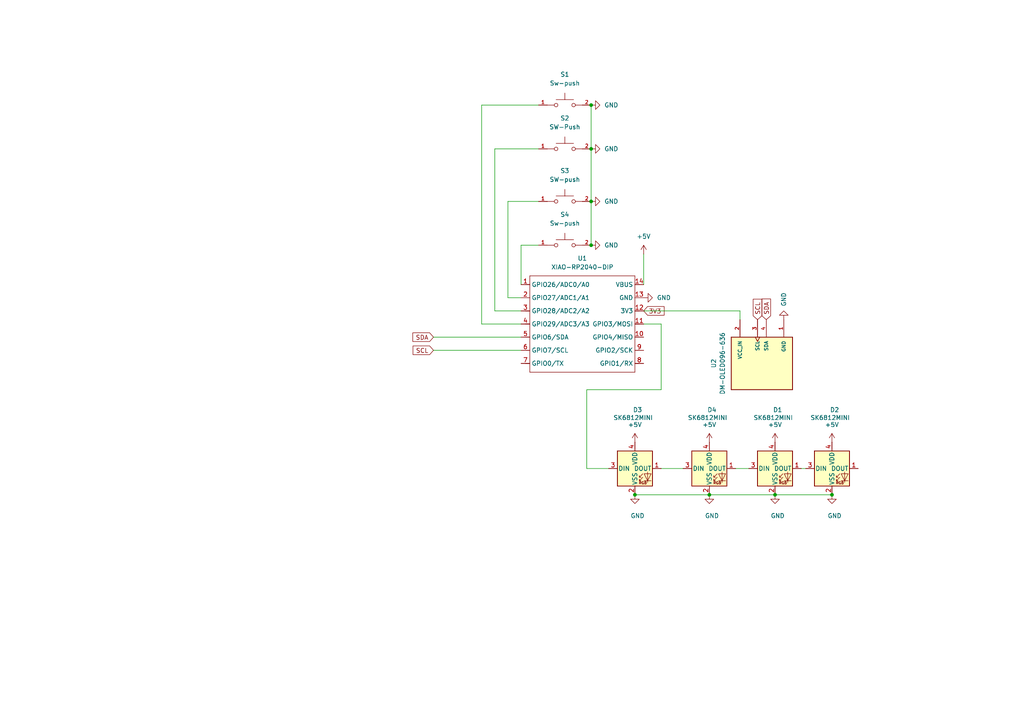
<source format=kicad_sch>
(kicad_sch (version 20250114) (generator "eeschema") (generator_version "9.0")
  (paper "A4")
  (lib_symbols
    (symbol "DM-OLED096-636:DM-OLED096-636" (pin_names (offset 1.016))
      (property "Reference" "U" (at -7.62 10.922 0))
      (property "Value" "DM-OLED096-636" (at -7.62 -10.16 0))
      (symbol "DM-OLED096-636_0_0"
        (rectangle (start -7.62 -7.62) (end 7.62 10.16) (stroke (width 0.254)) (fill (type background)))
        (pin power_in line (at 12.7 7.62 180) (length 5.08) (name "VCC_IN") (number "2"))
        (pin input clock (at 12.7 2.54 180) (length 5.08) (name "SCL") (number "3"))
        (pin bidirectional line (at 12.7 0 180) (length 5.08) (name "SDA") (number "4"))
        (pin power_in line (at 12.7 -5.08 180) (length 5.08) (name "GND") (number "1"))
      )
    )
    (symbol "LED:SK6812MINI" (pin_names (offset 0.254))
      (property "Reference" "D" (at 5.08 5.715 0))
      (property "Value" "SK6812MINI" (at 1.27 -5.715 0))
      (symbol "SK6812MINI_0_0"
        (text "RGB" (at 2.286 -4.191 0) (effects (font (size 0.762 0.762))))
      )
      (symbol "SK6812MINI_0_1"
        (polyline (pts (xy 1.27 -2.54) (xy 1.778 -2.54)))
        (polyline (pts (xy 1.27 -3.556) (xy 1.778 -3.556)))
        (polyline (pts (xy 2.286 -1.524) (xy 1.27 -2.54) (xy 1.27 -2.032)))
        (polyline (pts (xy 2.286 -2.54) (xy 1.27 -3.556) (xy 1.27 -3.048)))
        (polyline (pts (xy 3.683 -1.016) (xy 3.683 -3.556) (xy 3.683 -4.064)))
        (polyline (pts (xy 4.699 -1.524) (xy 2.667 -1.524) (xy 3.683 -3.556) (xy 4.699 -1.524)))
        (polyline (pts (xy 4.699 -3.556) (xy 2.667 -3.556)))
        (rectangle (start 5.08 5.08) (end -5.08 -5.08) (stroke (width 0.254)) (fill (type background)))
      )
      (symbol "SK6812MINI_1_1"
        (pin input line (at -7.62 0 0) (length 2.54) (name "DIN") (number "3"))
        (pin power_in line (at 0 7.62 270) (length 2.54) (name "VDD") (number "4"))
        (pin power_in line (at 0 -7.62 90) (length 2.54) (name "VSS") (number "2"))
        (pin output line (at 7.62 0 180) (length 2.54) (name "DOUT") (number "1"))
      )
    )
    (symbol "MX1A-11NN:MX1A-11NN" (pin_names (offset 1.016))
      (property "Reference" "S" (at -7.62 5.08 0))
      (property "Value" "MX1A-11NN" (at -7.62 -5.08 0))
      (symbol "MX1A-11NN_0_0"
        (polyline (pts (xy -5.08 0) (xy -3.048 0)) (stroke (width 0.1524)))
        (polyline (pts (xy -2.54 1.5875) (xy 0 1.5875)) (stroke (width 0.1524)))
        (circle (center -2.54 0) (radius 0.508) (stroke (width 0.1524)))
        (polyline (pts (xy 0 1.5875) (xy 0 3.4925)) (stroke (width 0.1524)))
        (polyline (pts (xy 0 1.5875) (xy 2.54 1.5875)) (stroke (width 0.1524)))
        (circle (center 2.54 0) (radius 0.508) (stroke (width 0.1524)))
        (polyline (pts (xy 5.08 0) (xy 3.048 0)) (stroke (width 0.1524)))
        (pin passive line (at -7.62 0 0) (length 2.54) (name "~") (number "1"))
        (pin passive line (at 7.62 0 180) (length 2.54) (name "~") (number "2"))
      )
    )
    (symbol "Seeed_Studio_XIAO_Series:XIAO-RP2040-DIP"
      (property "Reference" "U" (at 0 0 0))
      (property "Value" "XIAO-RP2040-DIP" (at 5.334 -1.778 0))
      (symbol "XIAO-RP2040-DIP_1_0"
        (polyline (pts (xy -1.27 -2.54) (xy 29.21 -2.54)) (stroke (width 0.1524)))
        (polyline (pts (xy -1.27 -5.08) (xy -2.54 -5.08)) (stroke (width 0.1524)))
        (polyline (pts (xy -1.27 -5.08) (xy -1.27 -2.54)) (stroke (width 0.1524)))
        (polyline (pts (xy -1.27 -8.89) (xy -2.54 -8.89)) (stroke (width 0.1524)))
        (polyline (pts (xy -1.27 -8.89) (xy -1.27 -5.08)) (stroke (width 0.1524)))
        (polyline (pts (xy -1.27 -12.7) (xy -2.54 -12.7)) (stroke (width 0.1524)))
        (polyline (pts (xy -1.27 -12.7) (xy -1.27 -8.89)) (stroke (width 0.1524)))
        (polyline (pts (xy -1.27 -16.51) (xy -2.54 -16.51)) (stroke (width 0.1524)))
        (polyline (pts (xy -1.27 -16.51) (xy -1.27 -12.7)) (stroke (width 0.1524)))
        (polyline (pts (xy -1.27 -20.32) (xy -2.54 -20.32)) (stroke (width 0.1524)))
        (polyline (pts (xy -1.27 -24.13) (xy -2.54 -24.13)) (stroke (width 0.1524)))
        (polyline (pts (xy -1.27 -27.94) (xy -2.54 -27.94)) (stroke (width 0.1524)))
        (polyline (pts (xy -1.27 -30.48) (xy -1.27 -16.51)) (stroke (width 0.1524)))
        (polyline (pts (xy 29.21 -2.54) (xy 29.21 -5.08)) (stroke (width 0.1524)))
        (polyline (pts (xy 29.21 -5.08) (xy 29.21 -8.89)) (stroke (width 0.1524)))
        (polyline (pts (xy 29.21 -8.89) (xy 29.21 -12.7)) (stroke (width 0.1524)))
        (polyline (pts (xy 29.21 -12.7) (xy 29.21 -30.48)) (stroke (width 0.1524)))
        (polyline (pts (xy 29.21 -30.48) (xy -1.27 -30.48)) (stroke (width 0.1524)))
        (polyline (pts (xy 30.48 -5.08) (xy 29.21 -5.08)) (stroke (width 0.1524)))
        (polyline (pts (xy 30.48 -8.89) (xy 29.21 -8.89)) (stroke (width 0.1524)))
        (polyline (pts (xy 30.48 -12.7) (xy 29.21 -12.7)) (stroke (width 0.1524)))
        (polyline (pts (xy 30.48 -16.51) (xy 29.21 -16.51)) (stroke (width 0.1524)))
        (polyline (pts (xy 30.48 -20.32) (xy 29.21 -20.32)) (stroke (width 0.1524)))
        (polyline (pts (xy 30.48 -24.13) (xy 29.21 -24.13)) (stroke (width 0.1524)))
        (polyline (pts (xy 30.48 -27.94) (xy 29.21 -27.94)) (stroke (width 0.1524)))
        (pin passive line (at -3.81 -5.08 0) (length 2.54) (name "GPIO26/ADC0/A0") (number "1"))
        (pin passive line (at -3.81 -8.89 0) (length 2.54) (name "GPIO27/ADC1/A1") (number "2"))
        (pin passive line (at -3.81 -12.7 0) (length 2.54) (name "GPIO28/ADC2/A2") (number "3"))
        (pin passive line (at -3.81 -16.51 0) (length 2.54) (name "GPIO29/ADC3/A3") (number "4"))
        (pin passive line (at -3.81 -20.32 0) (length 2.54) (name "GPIO6/SDA") (number "5"))
        (pin passive line (at -3.81 -24.13 0) (length 2.54) (name "GPIO7/SCL") (number "6"))
        (pin passive line (at -3.81 -27.94 0) (length 2.54) (name "GPIO0/TX") (number "7"))
        (pin passive line (at 31.75 -5.08 180) (length 2.54) (name "VBUS") (number "14"))
        (pin passive line (at 31.75 -8.89 180) (length 2.54) (name "GND") (number "13"))
        (pin passive line (at 31.75 -12.7 180) (length 2.54) (name "3V3") (number "12"))
        (pin passive line (at 31.75 -16.51 180) (length 2.54) (name "GPIO3/MOSI") (number "11"))
        (pin passive line (at 31.75 -20.32 180) (length 2.54) (name "GPIO4/MISO") (number "10"))
        (pin passive line (at 31.75 -24.13 180) (length 2.54) (name "GPIO2/SCK") (number "9"))
        (pin passive line (at 31.75 -27.94 180) (length 2.54) (name "GPIO1/RX") (number "8"))
      )
    )
    (symbol "power:+5V" (power) (pin_numbers (hide yes)) (pin_names (offset 0) (hide yes))
      (property "Value" "+5V" (at 0 3.556 0))
      (symbol "+5V_0_1"
        (polyline (pts (xy -0.762 1.27) (xy 0 2.54)))
        (polyline (pts (xy 0 2.54) (xy 0.762 1.27)))
        (polyline (pts (xy 0 0) (xy 0 2.54)))
      )
      (symbol "+5V_1_1"
        (pin power_in line (at 0 0 90) (length 0) (name "~") (number "1"))
      )
    )
    (symbol "power:GND" (power) (pin_numbers (hide yes)) (pin_names (offset 0) (hide yes))
      (property "Value" "GND" (at 0 -3.81 0))
      (symbol "GND_0_1"
        (polyline (pts (xy 0 0) (xy 0 -1.27) (xy 1.27 -1.27) (xy 0 -2.54) (xy -1.27 -1.27) (xy 0 -1.27)))
      )
      (symbol "GND_1_1"
        (pin power_in line (at 0 0 270) (length 0) (name "~") (number "1"))
      )
    )
  )
  (junction (at 171.45 58.42))
  (junction (at 184.15 143.51))
  (junction (at 171.45 30.48))
  (junction (at 171.45 43.18))
  (junction (at 205.74 143.51))
  (junction (at 171.45 71.12))
  (junction (at 224.79 143.51))
  (junction (at 241.3 143.51))
  (wire (pts (xy 125.73 97.79) (xy 151.13 97.79)))
  (wire (pts (xy 156.21 43.18) (xy 143.51 43.18)))
  (wire (pts (xy 232.41 135.89) (xy 233.68 135.89)))
  (wire (pts (xy 156.21 71.12) (xy 151.13 71.12)))
  (wire (pts (xy 170.18 113.03) (xy 170.18 135.89)))
  (wire (pts (xy 191.77 113.03) (xy 170.18 113.03)))
  (wire (pts (xy 171.45 43.18) (xy 171.45 58.42)))
  (wire (pts (xy 186.69 90.17) (xy 214.63 90.17)))
  (wire (pts (xy 191.77 93.98) (xy 191.77 113.03)))
  (wire (pts (xy 147.32 58.42) (xy 156.21 58.42)))
  (wire (pts (xy 125.73 101.6) (xy 151.13 101.6)))
  (wire (pts (xy 139.7 93.98) (xy 151.13 93.98)))
  (wire (pts (xy 170.18 135.89) (xy 176.53 135.89)))
  (wire (pts (xy 214.63 90.17) (xy 214.63 92.71)))
  (wire (pts (xy 151.13 71.12) (xy 151.13 82.55)))
  (wire (pts (xy 191.77 135.89) (xy 198.12 135.89)))
  (wire (pts (xy 171.45 30.48) (xy 171.45 43.18)))
  (wire (pts (xy 143.51 90.17) (xy 151.13 90.17)))
  (wire (pts (xy 147.32 86.36) (xy 147.32 58.42)))
  (wire (pts (xy 156.21 30.48) (xy 139.7 30.48)))
  (wire (pts (xy 213.36 135.89) (xy 217.17 135.89)))
  (wire (pts (xy 139.7 30.48) (xy 139.7 93.98)))
  (wire (pts (xy 151.13 86.36) (xy 147.32 86.36)))
  (wire (pts (xy 143.51 43.18) (xy 143.51 90.17)))
  (wire (pts (xy 186.69 73.66) (xy 186.69 82.55)))
  (wire (pts (xy 184.15 143.51) (xy 205.74 143.51)))
  (wire (pts (xy 205.74 143.51) (xy 224.79 143.51)))
  (wire (pts (xy 224.79 143.51) (xy 241.3 143.51)))
  (wire (pts (xy 171.45 58.42) (xy 171.45 71.12)))
  (wire (pts (xy 186.69 93.98) (xy 191.77 93.98)))
  (global_label "3V3" (shape input) (at 186.69 90.17 0) (property "Intersheetrefs" "${INTERSHEET_REFS}" (effects (hide yes))))
  (global_label "SCL" (shape input) (at 219.71 92.71 90) (property "Intersheetrefs" "${INTERSHEET_REFS}" (effects (hide yes))))
  (global_label "SDA" (shape input) (at 125.73 97.79 180) (property "Intersheetrefs" "${INTERSHEET_REFS}" (effects (hide yes))))
  (global_label "SCL" (shape input) (at 125.73 101.6 180) (property "Intersheetrefs" "${INTERSHEET_REFS}" (effects (hide yes))))
  (global_label "SDA" (shape input) (at 222.25 92.71 90) (property "Intersheetrefs" "${INTERSHEET_REFS}" (effects (hide yes))))
  (symbol (lib_id "power:GND") (at 205.74 143.51 0) (unit 1)
    (property "Reference" "#PWR013" (effects (hide yes)))
    (property "Value" "GND" (at 206.502 149.606 0))
    (property "Description" "Power symbol creates a global label with name \"GND\" , ground" (effects (hide yes)))
  )
  (symbol (lib_id "power:GND") (at 227.33 92.71 180) (unit 1)
    (property "Reference" "#PWR010" (effects (hide yes)))
    (property "Value" "GND" (at 227.3299 88.9 90) (effects (justify right)))
    (property "Description" "Power symbol creates a global label with name \"GND\" , ground" (effects (hide yes)))
  )
  (symbol (lib_id "power:+5V") (at 241.3 128.27 0) (unit 1)
    (property "Reference" "#PWR016" (effects (hide yes)))
    (property "Value" "+5V" (at 241.3 123.19 0))
    (property "Description" "Power symbol creates a global label with name \"+5V\"" (effects (hide yes)))
  )
  (symbol (lib_id "power:GND") (at 241.3 143.51 0) (unit 1)
    (property "Reference" "#PWR09" (effects (hide yes)))
    (property "Value" "GND" (at 242.062 149.606 0))
    (property "Description" "Power symbol creates a global label with name \"GND\" , ground" (effects (hide yes)))
  )
  (symbol (lib_id "MX1A-11NN:MX1A-11NN") (at 163.83 58.42 0) (unit 1)
    (property "Reference" "S3" (at 163.83 49.53 0))
    (property "Value" "SW-push" (at 163.83 52.07 0))
    (property "Footprint" "Button_Switch_Keyboard:SW_Cherry_MX_1.00u_PCB" (effects (hide yes)))
    (property "MF" "Cherry" (effects (hide yes)))
    (property "MAXIMUM_PACKAGE_HEIGHT" "15.2mm" (effects (hide yes)))
    (property "CREATOR" "DIZAR" (effects (hide yes)))
    (property "Price" "None" (effects (hide yes)))
    (property "Package" "None" (effects (hide yes)))
    (property "Check_prices" "https://www.snapeda.com/parts/MX1A11NN/Cherry/view-part/?ref=eda" (effects (hide yes)))
    (property "STANDARD" "Manufacturer Recommendations" (effects (hide yes)))
    (property "SnapEDA_Link" "https://www.snapeda.com/parts/MX1A11NN/Cherry/view-part/?ref=snap" (effects (hide yes)))
    (property "MP" "MX1A11NN" (effects (hide yes)))
    (property "Description_1" "SWITCH, TACTILE, SPST-NO, 10mA, THOUGH HOLE; Product Range:MX Series; Actuator Orientation:Top Actuated; Switch Mounting:Surface Mount; Actuator Style:Plunger for Cap; Actuating Force:59.5gf; Contact Rating:10mA at 12VDC RoHS Compliant: No" (effects (hide yes)))
    (property "Availability" "In Stock" (effects (hide yes)))
    (property "MANUFACTURER" "Cherry" (effects (hide yes)))
  )
  (symbol (lib_id "power:+5V") (at 184.15 128.27 0) (unit 1)
    (property "Reference" "#PWR011" (effects (hide yes)))
    (property "Value" "+5V" (at 184.15 123.19 0))
    (property "Description" "Power symbol creates a global label with name \"+5V\"" (effects (hide yes)))
  )
  (symbol (lib_id "LED:SK6812MINI") (at 184.15 135.89 0) (unit 1)
    (property "Reference" "D3" (at 184.912 118.872 0))
    (property "Value" "SK6812MINI" (at 183.642 121.158 0))
    (property "Footprint" "LED_SMD:LED_SK6812MINI_PLCC4_3.5x3.5mm_P1.75mm" (effects (hide yes)))
    (property "Datasheet" "https://cdn-shop.adafruit.com/product-files/2686/SK6812MINI_REV.01-1-2.pdf" (effects (hide yes)))
    (property "Description" "RGB LED with integrated controller" (effects (hide yes)))
  )
  (symbol (lib_id "LED:SK6812MINI") (at 241.3 135.89 0) (unit 1)
    (property "Reference" "D2" (at 242.062 118.872 0))
    (property "Value" "SK6812MINI" (at 240.792 121.158 0))
    (property "Footprint" "LED_SMD:LED_SK6812MINI_PLCC4_3.5x3.5mm_P1.75mm" (effects (hide yes)))
    (property "Datasheet" "https://cdn-shop.adafruit.com/product-files/2686/SK6812MINI_REV.01-1-2.pdf" (effects (hide yes)))
    (property "Description" "RGB LED with integrated controller" (effects (hide yes)))
  )
  (symbol (lib_id "MX1A-11NN:MX1A-11NN") (at 163.83 71.12 0) (unit 1)
    (property "Reference" "S4" (at 163.83 62.23 0))
    (property "Value" "Sw-push" (at 163.83 64.77 0))
    (property "Footprint" "Button_Switch_Keyboard:SW_Cherry_MX_1.00u_PCB" (effects (hide yes)))
    (property "MF" "Cherry" (effects (hide yes)))
    (property "MAXIMUM_PACKAGE_HEIGHT" "15.2mm" (effects (hide yes)))
    (property "CREATOR" "DIZAR" (effects (hide yes)))
    (property "Price" "None" (effects (hide yes)))
    (property "Package" "None" (effects (hide yes)))
    (property "Check_prices" "https://www.snapeda.com/parts/MX1A11NN/Cherry/view-part/?ref=eda" (effects (hide yes)))
    (property "STANDARD" "Manufacturer Recommendations" (effects (hide yes)))
    (property "SnapEDA_Link" "https://www.snapeda.com/parts/MX1A11NN/Cherry/view-part/?ref=snap" (effects (hide yes)))
    (property "MP" "MX1A11NN" (effects (hide yes)))
    (property "Description_1" "SWITCH, TACTILE, SPST-NO, 10mA, THOUGH HOLE; Product Range:MX Series; Actuator Orientation:Top Actuated; Switch Mounting:Surface Mount; Actuator Style:Plunger for Cap; Actuating Force:59.5gf; Contact Rating:10mA at 12VDC RoHS Compliant: No" (effects (hide yes)))
    (property "Availability" "In Stock" (effects (hide yes)))
    (property "MANUFACTURER" "Cherry" (effects (hide yes)))
  )
  (symbol (lib_id "power:GND") (at 171.45 71.12 90) (unit 1)
    (property "Reference" "#PWR05" (effects (hide yes)))
    (property "Value" "GND" (at 175.26 71.1199 90) (effects (justify right)))
    (property "Description" "Power symbol creates a global label with name \"GND\" , ground" (effects (hide yes)))
  )
  (symbol (lib_id "power:GND") (at 171.45 58.42 90) (unit 1)
    (property "Reference" "#PWR04" (effects (hide yes)))
    (property "Value" "GND" (at 175.26 58.4199 90) (effects (justify right)))
    (property "Description" "Power symbol creates a global label with name \"GND\" , ground" (effects (hide yes)))
  )
  (symbol (lib_id "power:GND") (at 184.15 143.51 0) (unit 1)
    (property "Reference" "#PWR07" (effects (hide yes)))
    (property "Value" "GND" (at 184.912 149.606 0))
    (property "Description" "Power symbol creates a global label with name \"GND\" , ground" (effects (hide yes)))
  )
  (symbol (lib_id "power:GND") (at 171.45 30.48 90) (unit 1)
    (property "Reference" "#PWR02" (effects (hide yes)))
    (property "Value" "GND" (at 175.26 30.4799 90) (effects (justify right)))
    (property "Description" "Power symbol creates a global label with name \"GND\" , ground" (effects (hide yes)))
  )
  (symbol (lib_id "Seeed_Studio_XIAO_Series:XIAO-RP2040-DIP") (at 154.94 77.47 0) (unit 1)
    (property "Reference" "U1" (at 168.91 74.93 0))
    (property "Value" "XIAO-RP2040-DIP" (at 168.91 77.47 0))
    (property "Footprint" "Seeed Studio XIAO Series Library:XIAO-RP2040-DIP" (effects (hide yes)))
  )
  (symbol (lib_id "power:+5V") (at 186.69 73.66 0) (unit 1)
    (property "Reference" "#PWR012" (effects (hide yes)))
    (property "Value" "+5V" (at 186.69 68.58 0))
    (property "Description" "Power symbol creates a global label with name \"+5V\"" (effects (hide yes)))
  )
  (symbol (lib_id "power:GND") (at 171.45 43.18 90) (unit 1)
    (property "Reference" "#PWR03" (effects (hide yes)))
    (property "Value" "GND" (at 175.26 43.1799 90) (effects (justify right)))
    (property "Description" "Power symbol creates a global label with name \"GND\" , ground" (effects (hide yes)))
  )
  (symbol (lib_id "LED:SK6812MINI") (at 224.79 135.89 0) (unit 1)
    (property "Reference" "D1" (at 225.552 118.872 0))
    (property "Value" "SK6812MINI" (at 224.282 121.158 0))
    (property "Footprint" "LED_SMD:LED_SK6812MINI_PLCC4_3.5x3.5mm_P1.75mm" (effects (hide yes)))
    (property "Datasheet" "https://cdn-shop.adafruit.com/product-files/2686/SK6812MINI_REV.01-1-2.pdf" (effects (hide yes)))
    (property "Description" "RGB LED with integrated controller" (effects (hide yes)))
  )
  (symbol (lib_id "MX1A-11NN:MX1A-11NN") (at 163.83 30.48 0) (unit 1)
    (property "Reference" "S1" (at 163.83 21.59 0))
    (property "Value" "Sw-push" (at 163.83 24.13 0))
    (property "Footprint" "Button_Switch_Keyboard:SW_Cherry_MX_1.00u_PCB" (effects (hide yes)))
    (property "MF" "Cherry" (effects (hide yes)))
    (property "MAXIMUM_PACKAGE_HEIGHT" "15.2mm" (effects (hide yes)))
    (property "CREATOR" "DIZAR" (effects (hide yes)))
    (property "Price" "None" (effects (hide yes)))
    (property "Package" "None" (effects (hide yes)))
    (property "Check_prices" "https://www.snapeda.com/parts/MX1A11NN/Cherry/view-part/?ref=eda" (effects (hide yes)))
    (property "STANDARD" "Manufacturer Recommendations" (effects (hide yes)))
    (property "SnapEDA_Link" "https://www.snapeda.com/parts/MX1A11NN/Cherry/view-part/?ref=snap" (effects (hide yes)))
    (property "MP" "MX1A11NN" (effects (hide yes)))
    (property "Description_1" "SWITCH, TACTILE, SPST-NO, 10mA, THOUGH HOLE; Product Range:MX Series; Actuator Orientation:Top Actuated; Switch Mounting:Surface Mount; Actuator Style:Plunger for Cap; Actuating Force:59.5gf; Contact Rating:10mA at 12VDC RoHS Compliant: No" (effects (hide yes)))
    (property "Availability" "In Stock" (effects (hide yes)))
    (property "MANUFACTURER" "Cherry" (effects (hide yes)))
  )
  (symbol (lib_id "MX1A-11NN:MX1A-11NN") (at 163.83 43.18 0) (unit 1)
    (property "Reference" "S2" (at 163.83 34.29 0))
    (property "Value" "SW-Push" (at 163.83 36.83 0))
    (property "Footprint" "Button_Switch_Keyboard:SW_Cherry_MX_1.00u_PCB" (effects (hide yes)))
    (property "MF" "Cherry" (effects (hide yes)))
    (property "MAXIMUM_PACKAGE_HEIGHT" "15.2mm" (effects (hide yes)))
    (property "CREATOR" "DIZAR" (effects (hide yes)))
    (property "Price" "None" (effects (hide yes)))
    (property "Package" "None" (effects (hide yes)))
    (property "Check_prices" "https://www.snapeda.com/parts/MX1A11NN/Cherry/view-part/?ref=eda" (effects (hide yes)))
    (property "STANDARD" "Manufacturer Recommendations" (effects (hide yes)))
    (property "SnapEDA_Link" "https://www.snapeda.com/parts/MX1A11NN/Cherry/view-part/?ref=snap" (effects (hide yes)))
    (property "MP" "MX1A11NN" (effects (hide yes)))
    (property "Description_1" "SWITCH, TACTILE, SPST-NO, 10mA, THOUGH HOLE; Product Range:MX Series; Actuator Orientation:Top Actuated; Switch Mounting:Surface Mount; Actuator Style:Plunger for Cap; Actuating Force:59.5gf; Contact Rating:10mA at 12VDC RoHS Compliant: No" (effects (hide yes)))
    (property "Availability" "In Stock" (effects (hide yes)))
    (property "MANUFACTURER" "Cherry" (effects (hide yes)))
  )
  (symbol (lib_id "DM-OLED096-636:DM-OLED096-636") (at 222.25 105.41 90) (unit 1)
    (property "Reference" "U2" (at 207.01 105.41 0))
    (property "Value" "DM-OLED096-636" (at 209.55 105.41 0))
    (property "Footprint" "oled footprint:SSD1306-0.91-OLED-4pin-128x32" (effects (hide yes)))
    (property "MF" "Display Module" (effects (hide yes)))
    (property "MAXIMUM_PACKAGE_HEIGHT" "11.3 mm" (effects (hide yes)))
    (property "Package" "Package" (effects (hide yes)))
    (property "Price" "None" (effects (hide yes)))
    (property "Check_prices" "https://www.snapeda.com/parts/DM-OLED096-636/Display+Module/view-part/?ref=eda" (effects (hide yes)))
    (property "STANDARD" "Manufacturer Recommendations" (effects (hide yes)))
    (property "PARTREV" "2018-09-10" (effects (hide yes)))
    (property "SnapEDA_Link" "https://www.snapeda.com/parts/DM-OLED096-636/Display+Module/view-part/?ref=snap" (effects (hide yes)))
    (property "MP" "DM-OLED096-636" (effects (hide yes)))
    (property "Description_1" "0.96” 128 X 64 MONOCHROME GRAPHIC OLED DISPLAY MODULE - I2C" (effects (hide yes)))
    (property "Availability" "Not in stock" (effects (hide yes)))
    (property "MANUFACTURER" "Displaymodule" (effects (hide yes)))
  )
  (symbol (lib_id "power:+5V") (at 205.74 128.27 0) (unit 1)
    (property "Reference" "#PWR014" (effects (hide yes)))
    (property "Value" "+5V" (at 205.74 123.19 0))
    (property "Description" "Power symbol creates a global label with name \"+5V\"" (effects (hide yes)))
  )
  (symbol (lib_id "power:+5V") (at 224.79 128.27 0) (unit 1)
    (property "Reference" "#PWR015" (effects (hide yes)))
    (property "Value" "+5V" (at 224.79 123.19 0))
    (property "Description" "Power symbol creates a global label with name \"+5V\"" (effects (hide yes)))
  )
  (symbol (lib_id "LED:SK6812MINI") (at 205.74 135.89 0) (unit 1)
    (property "Reference" "D4" (at 206.502 118.872 0))
    (property "Value" "SK6812MINI" (at 205.232 121.158 0))
    (property "Footprint" "LED_SMD:LED_SK6812MINI_PLCC4_3.5x3.5mm_P1.75mm" (effects (hide yes)))
    (property "Datasheet" "https://cdn-shop.adafruit.com/product-files/2686/SK6812MINI_REV.01-1-2.pdf" (effects (hide yes)))
    (property "Description" "RGB LED with integrated controller" (effects (hide yes)))
  )
  (symbol (lib_id "power:GND") (at 224.79 143.51 0) (unit 1)
    (property "Reference" "#PWR08" (effects (hide yes)))
    (property "Value" "GND" (at 225.552 149.606 0))
    (property "Description" "Power symbol creates a global label with name \"GND\" , ground" (effects (hide yes)))
  )
  (symbol (lib_id "power:GND") (at 186.69 86.36 90) (unit 1)
    (property "Reference" "#PWR01" (effects (hide yes)))
    (property "Value" "GND" (at 190.5 86.3599 90) (effects (justify right)))
    (property "Description" "Power symbol creates a global label with name \"GND\" , ground" (effects (hide yes)))
  )
)
</source>
